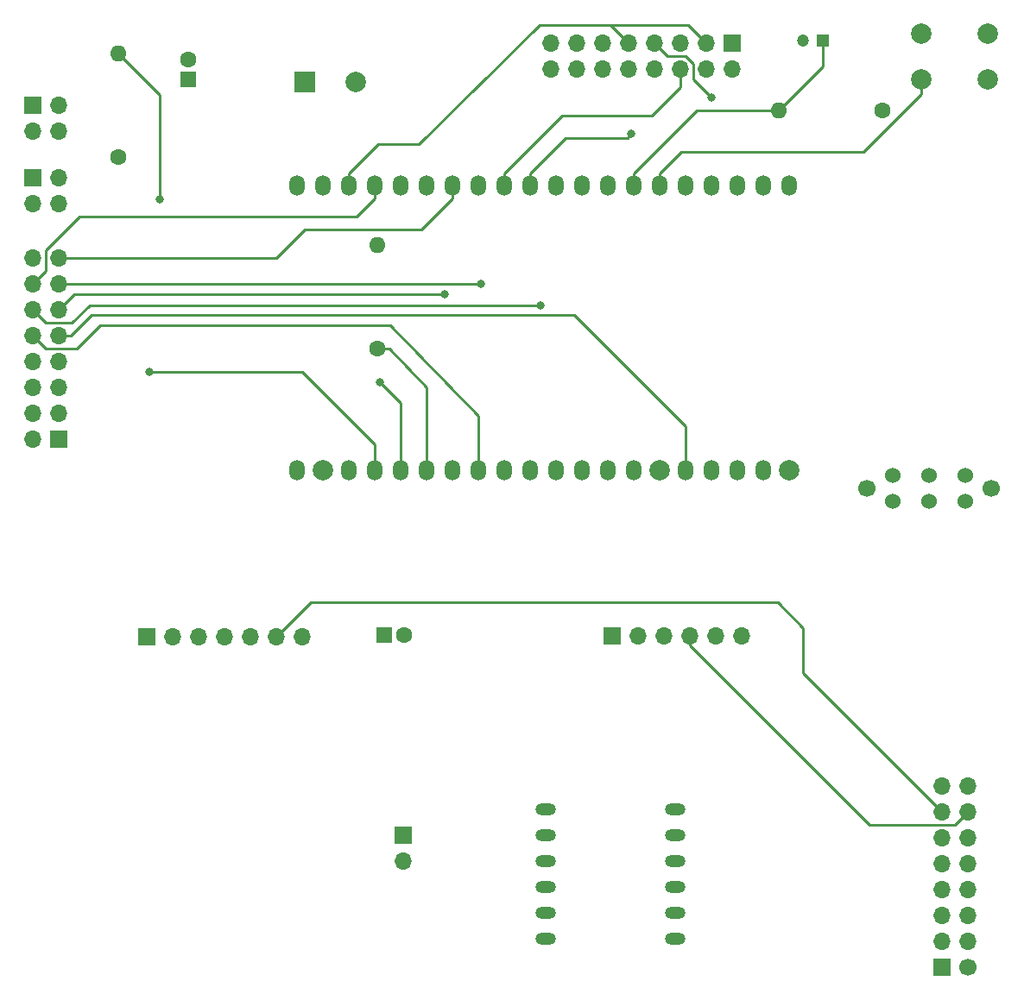
<source format=gbr>
G04 #@! TF.GenerationSoftware,KiCad,Pcbnew,(5.1.5)-3*
G04 #@! TF.CreationDate,2020-01-27T16:03:33-05:00*
G04 #@! TF.ProjectId,CombinedPnl_pcb,436f6d62-696e-4656-9450-6e6c5f706362,rev?*
G04 #@! TF.SameCoordinates,Original*
G04 #@! TF.FileFunction,Copper,L4,Bot*
G04 #@! TF.FilePolarity,Positive*
%FSLAX46Y46*%
G04 Gerber Fmt 4.6, Leading zero omitted, Abs format (unit mm)*
G04 Created by KiCad (PCBNEW (5.1.5)-3) date 2020-01-27 16:03:33*
%MOMM*%
%LPD*%
G04 APERTURE LIST*
%ADD10C,1.700000*%
%ADD11C,1.524000*%
%ADD12C,2.000000*%
%ADD13C,1.600000*%
%ADD14O,1.600000X1.600000*%
%ADD15O,1.700000X1.700000*%
%ADD16R,1.700000X1.700000*%
%ADD17R,2.000000X2.000000*%
%ADD18O,1.500000X2.000000*%
%ADD19C,1.200000*%
%ADD20R,1.200000X1.200000*%
%ADD21R,1.600000X1.600000*%
%ADD22O,2.000000X1.200000*%
%ADD23C,0.800000*%
%ADD24C,0.250000*%
%ADD25C,0.500000*%
G04 APERTURE END LIST*
D10*
X192024000Y-86614000D03*
X179832000Y-86614000D03*
D11*
X185928000Y-85344000D03*
X189484000Y-85344000D03*
X182372000Y-85344000D03*
X189484000Y-87884000D03*
X185928000Y-87884000D03*
X182372000Y-87884000D03*
D12*
X191666000Y-46482000D03*
X191666000Y-41982000D03*
X185166000Y-46482000D03*
X185166000Y-41982000D03*
D13*
X106426000Y-54102000D03*
D14*
X106426000Y-43942000D03*
D15*
X100584000Y-51562000D03*
X98044000Y-51562000D03*
X100584000Y-49022000D03*
D16*
X98044000Y-49022000D03*
D12*
X129714000Y-46736000D03*
D17*
X124714000Y-46736000D03*
D16*
X166624000Y-42926000D03*
D15*
X166624000Y-45466000D03*
X164084000Y-42926000D03*
X164084000Y-45466000D03*
X161544000Y-42926000D03*
X161544000Y-45466000D03*
X159004000Y-42926000D03*
X159004000Y-45466000D03*
X156464000Y-42926000D03*
X156464000Y-45466000D03*
X153924000Y-42926000D03*
X153924000Y-45466000D03*
X151384000Y-42926000D03*
X151384000Y-45466000D03*
X148844000Y-42926000D03*
X148844000Y-45466000D03*
D18*
X123952000Y-56896000D03*
X123952000Y-84836000D03*
X126492000Y-56896000D03*
D12*
X126492000Y-84836000D03*
D18*
X129032000Y-56896000D03*
X129032000Y-84836000D03*
X131572000Y-56896000D03*
X131572000Y-84836000D03*
X134112000Y-56896000D03*
X134112000Y-84836000D03*
X136652000Y-56896000D03*
X136652000Y-84836000D03*
X139192000Y-56896000D03*
X139192000Y-84836000D03*
X141732000Y-56896000D03*
X141732000Y-84836000D03*
X144272000Y-56896000D03*
X144272000Y-84836000D03*
X146812000Y-56896000D03*
X146812000Y-84836000D03*
X149352000Y-56896000D03*
X149352000Y-84836000D03*
X151892000Y-56896000D03*
X151892000Y-84836000D03*
X154432000Y-56896000D03*
X154432000Y-84836000D03*
X156972000Y-56896000D03*
X156972000Y-84836000D03*
X159512000Y-56896000D03*
D12*
X159512000Y-84836000D03*
D18*
X162052000Y-56896000D03*
X162052000Y-84836000D03*
X164592000Y-56896000D03*
X164592000Y-84836000D03*
X167132000Y-56896000D03*
X167132000Y-84836000D03*
X169672000Y-56896000D03*
X169672000Y-84836000D03*
X172212000Y-56896000D03*
D12*
X172212000Y-84836000D03*
D15*
X98044000Y-64008000D03*
X100584000Y-64008000D03*
X98044000Y-66548000D03*
X100584000Y-66548000D03*
X98044000Y-69088000D03*
X100584000Y-69088000D03*
X98044000Y-71628000D03*
X100584000Y-71628000D03*
X98044000Y-74168000D03*
X100584000Y-74168000D03*
X98044000Y-76708000D03*
X100584000Y-76708000D03*
X98044000Y-79248000D03*
X100584000Y-79248000D03*
X98044000Y-81788000D03*
D16*
X100584000Y-81788000D03*
X98044000Y-56134000D03*
D15*
X100584000Y-56134000D03*
X98044000Y-58674000D03*
X100584000Y-58674000D03*
D14*
X171196000Y-49530000D03*
D13*
X181356000Y-49530000D03*
D19*
X173514000Y-42672000D03*
D20*
X175514000Y-42672000D03*
D14*
X131826000Y-62738000D03*
D13*
X131826000Y-72898000D03*
X113284000Y-44482000D03*
D21*
X113284000Y-46482000D03*
D15*
X167513000Y-101092000D03*
X164973000Y-101092000D03*
X162433000Y-101092000D03*
X159893000Y-101092000D03*
X157353000Y-101092000D03*
D16*
X154813000Y-101092000D03*
D15*
X134366000Y-123190000D03*
D16*
X134366000Y-120650000D03*
D10*
X189738000Y-133604000D03*
D16*
X187198000Y-133604000D03*
D15*
X189738000Y-131064000D03*
X187198000Y-131064000D03*
X189738000Y-128524000D03*
X187198000Y-128524000D03*
X189738000Y-125984000D03*
X187198000Y-125984000D03*
X189738000Y-123444000D03*
X187198000Y-123444000D03*
X189738000Y-120904000D03*
X187198000Y-120904000D03*
X189738000Y-118364000D03*
X187198000Y-118364000D03*
X189738000Y-115824000D03*
X187198000Y-115824000D03*
X124460000Y-101139001D03*
X121920000Y-101139001D03*
X119380000Y-101139001D03*
X116840000Y-101139001D03*
X114300000Y-101139001D03*
X111760000Y-101139001D03*
D16*
X109220000Y-101139001D03*
D22*
X148336000Y-130810000D03*
X161036000Y-130810000D03*
X148336000Y-128270000D03*
X161036000Y-128270000D03*
X148336000Y-125730000D03*
X161036000Y-125730000D03*
X148336000Y-123190000D03*
X161036000Y-123190000D03*
X148336000Y-120650000D03*
X161036000Y-120650000D03*
X148336000Y-118110000D03*
X161036000Y-118110000D03*
D13*
X134461000Y-100965000D03*
D21*
X132461000Y-100965000D03*
D23*
X141986000Y-66548000D03*
X147827996Y-68616990D03*
X138430000Y-67564012D03*
X164592000Y-48260000D03*
X132080000Y-76200000D03*
X110490000Y-58202990D03*
X109474000Y-75184000D03*
X156718000Y-51816000D03*
D24*
X171196000Y-49530000D02*
X163088000Y-49530000D01*
X175514000Y-45212000D02*
X175514000Y-42672000D01*
X163088000Y-49530000D02*
X156972000Y-55646000D01*
X171196000Y-49530000D02*
X175514000Y-45212000D01*
X156972000Y-55646000D02*
X156972000Y-56896000D01*
D25*
X148590000Y-118110000D02*
X148336000Y-118110000D01*
D24*
X136124000Y-61214000D02*
X139192000Y-58146000D01*
X133604000Y-61214000D02*
X136124000Y-61214000D01*
X121920000Y-64008000D02*
X124714000Y-61214000D01*
X100584000Y-64008000D02*
X121920000Y-64008000D01*
X124714000Y-61214000D02*
X133604000Y-61214000D01*
X139192000Y-58146000D02*
X139192000Y-56896000D01*
X99314000Y-65278000D02*
X99314000Y-63246000D01*
X98044000Y-66548000D02*
X99314000Y-65278000D01*
X129774000Y-59944000D02*
X131572000Y-58146000D01*
X131572000Y-58146000D02*
X131572000Y-56896000D01*
X99314000Y-63246000D02*
X102616000Y-59944000D01*
X102616000Y-59944000D02*
X129774000Y-59944000D01*
X100584000Y-66548000D02*
X141986000Y-66548000D01*
X103595010Y-68616990D02*
X147262311Y-68616990D01*
X147262311Y-68616990D02*
X147827996Y-68616990D01*
X101854000Y-70358000D02*
X103595010Y-68616990D01*
X98044000Y-69088000D02*
X99314000Y-70358000D01*
X99314000Y-70358000D02*
X101854000Y-70358000D01*
X137864315Y-67564012D02*
X138430000Y-67564012D01*
X100584000Y-69088000D02*
X102107988Y-67564012D01*
X102107988Y-67564012D02*
X137864315Y-67564012D01*
X104648000Y-70612000D02*
X133096000Y-70612000D01*
X133096000Y-70612000D02*
X141732000Y-79502000D01*
X102362000Y-72898000D02*
X104648000Y-70612000D01*
X141732000Y-84836000D02*
X141732000Y-83586000D01*
X99314000Y-72898000D02*
X102362000Y-72898000D01*
X98044000Y-71628000D02*
X99314000Y-72898000D01*
X141732000Y-83586000D02*
X141732000Y-79502000D01*
X162052000Y-80518000D02*
X151130000Y-69596000D01*
X101786081Y-71628000D02*
X103818081Y-69596000D01*
X103818081Y-69596000D02*
X151130000Y-69596000D01*
X162052000Y-84836000D02*
X162052000Y-80518000D01*
X100584000Y-71628000D02*
X101786081Y-71628000D01*
X159853999Y-43775999D02*
X159004000Y-42926000D01*
X162814000Y-46482000D02*
X162814000Y-44958000D01*
X162814000Y-44958000D02*
X162052000Y-44196000D01*
X164592000Y-48260000D02*
X162814000Y-46482000D01*
X162052000Y-44196000D02*
X160274000Y-44196000D01*
X160274000Y-44196000D02*
X159853999Y-43775999D01*
X134112000Y-78232000D02*
X132080000Y-76200000D01*
X106426000Y-43942000D02*
X110490000Y-48006000D01*
X110490000Y-48006000D02*
X110490000Y-58202990D01*
X134112000Y-84836000D02*
X134112000Y-78232000D01*
X124460000Y-75184000D02*
X109474000Y-75184000D01*
X131572000Y-84836000D02*
X131572000Y-82296000D01*
X131572000Y-82296000D02*
X124460000Y-75184000D01*
X149880000Y-50038000D02*
X158750000Y-50038000D01*
X144272000Y-56896000D02*
X144272000Y-55646000D01*
X158750000Y-50038000D02*
X161544000Y-47244000D01*
X144272000Y-55646000D02*
X149880000Y-50038000D01*
X161544000Y-47244000D02*
X161544000Y-45466000D01*
X129032000Y-55646000D02*
X131846000Y-52832000D01*
X156464000Y-41148000D02*
X154686000Y-41148000D01*
X164084000Y-42926000D02*
X162306000Y-41148000D01*
X156464000Y-42926000D02*
X154686000Y-41148000D01*
X129032000Y-56896000D02*
X129032000Y-55646000D01*
X158242000Y-41148000D02*
X156464000Y-41148000D01*
X131846000Y-52832000D02*
X135890000Y-52832000D01*
X147683787Y-41148000D02*
X154686000Y-41148000D01*
X135890000Y-52832000D02*
X147683787Y-41148000D01*
X162306000Y-41148000D02*
X158242000Y-41148000D01*
X146812000Y-55646000D02*
X146812000Y-56896000D01*
X156318001Y-52215999D02*
X150242001Y-52215999D01*
X150242001Y-52215999D02*
X146812000Y-55646000D01*
X156718000Y-51816000D02*
X156318001Y-52215999D01*
X136652000Y-83586000D02*
X136652000Y-76708000D01*
X132957370Y-72898000D02*
X131826000Y-72898000D01*
X136652000Y-76708000D02*
X132957370Y-72898000D01*
X136652000Y-84836000D02*
X136652000Y-83586000D01*
X179468213Y-53594000D02*
X185166000Y-47896213D01*
X161564000Y-53594000D02*
X179468213Y-53594000D01*
X159512000Y-56896000D02*
X159512000Y-55646000D01*
X159512000Y-55646000D02*
X161564000Y-53594000D01*
X185166000Y-47896213D02*
X185166000Y-46482000D01*
X180086000Y-119634000D02*
X162433000Y-101981000D01*
X162433000Y-101981000D02*
X162433000Y-101092000D01*
X189738000Y-118364000D02*
X188468000Y-119634000D01*
X188468000Y-119634000D02*
X180086000Y-119634000D01*
X161544000Y-97790000D02*
X161544000Y-97790000D01*
X171069000Y-97790000D02*
X125269001Y-97790000D01*
X173545500Y-100266500D02*
X171069000Y-97790000D01*
X125269001Y-97790000D02*
X121920000Y-101139001D01*
X187198000Y-118364000D02*
X173545500Y-104711500D01*
X173545500Y-104711500D02*
X173545500Y-100266500D01*
M02*

</source>
